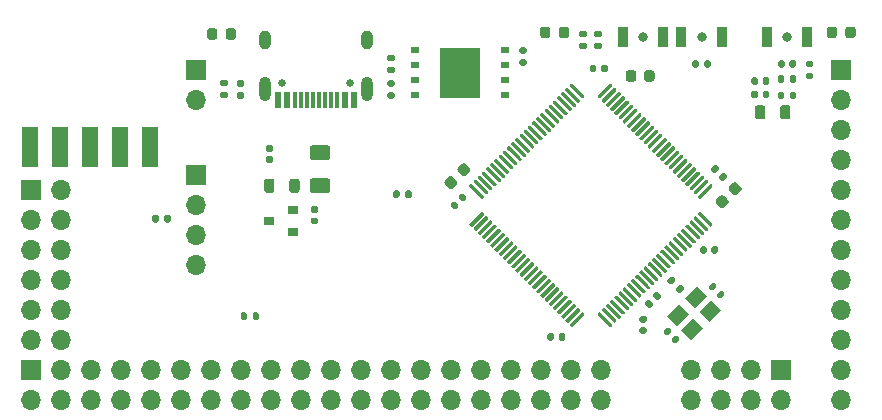
<source format=gbr>
%TF.GenerationSoftware,KiCad,Pcbnew,(5.1.9)-1*%
%TF.CreationDate,2021-03-09T20:48:28+01:00*%
%TF.ProjectId,poly_kb,706f6c79-5f6b-4622-9e6b-696361645f70,rev?*%
%TF.SameCoordinates,Original*%
%TF.FileFunction,Soldermask,Top*%
%TF.FilePolarity,Negative*%
%FSLAX46Y46*%
G04 Gerber Fmt 4.6, Leading zero omitted, Abs format (unit mm)*
G04 Created by KiCad (PCBNEW (5.1.9)-1) date 2021-03-09 20:48:28*
%MOMM*%
%LPD*%
G01*
G04 APERTURE LIST*
%ADD10O,1.700000X1.700000*%
%ADD11R,1.700000X1.700000*%
%ADD12R,1.400000X3.500000*%
%ADD13R,3.450000X4.350000*%
%ADD14R,0.750000X0.500000*%
%ADD15C,0.127000*%
%ADD16R,0.900000X0.800000*%
%ADD17C,0.800000*%
%ADD18R,0.900000X1.700000*%
%ADD19R,0.600000X1.450000*%
%ADD20R,0.300000X1.450000*%
%ADD21O,1.000000X2.100000*%
%ADD22C,0.650000*%
%ADD23O,1.000000X1.600000*%
G04 APERTURE END LIST*
D10*
%TO.C,J8*%
X430530000Y-35560000D03*
D11*
X430530000Y-33020000D03*
%TD*%
D10*
%TO.C,J3*%
X419100000Y-55880000D03*
X416560000Y-55880000D03*
X419100000Y-53340000D03*
X416560000Y-53340000D03*
X419100000Y-50800000D03*
X416560000Y-50800000D03*
X419100000Y-48260000D03*
X416560000Y-48260000D03*
X419100000Y-45720000D03*
X416560000Y-45720000D03*
X419100000Y-43180000D03*
D11*
X416560000Y-43180000D03*
%TD*%
D12*
%TO.C,J1*%
X426593000Y-39557000D03*
X424053000Y-39557000D03*
X421513000Y-39557000D03*
X418973000Y-39557000D03*
X416433000Y-39557000D03*
%TD*%
%TO.C,R12*%
G36*
G01*
X432707200Y-34885600D02*
X433077200Y-34885600D01*
G75*
G02*
X433212200Y-35020600I0J-135000D01*
G01*
X433212200Y-35290600D01*
G75*
G02*
X433077200Y-35425600I-135000J0D01*
G01*
X432707200Y-35425600D01*
G75*
G02*
X432572200Y-35290600I0J135000D01*
G01*
X432572200Y-35020600D01*
G75*
G02*
X432707200Y-34885600I135000J0D01*
G01*
G37*
G36*
G01*
X432707200Y-33865600D02*
X433077200Y-33865600D01*
G75*
G02*
X433212200Y-34000600I0J-135000D01*
G01*
X433212200Y-34270600D01*
G75*
G02*
X433077200Y-34405600I-135000J0D01*
G01*
X432707200Y-34405600D01*
G75*
G02*
X432572200Y-34270600I0J135000D01*
G01*
X432572200Y-34000600D01*
G75*
G02*
X432707200Y-33865600I135000J0D01*
G01*
G37*
%TD*%
%TO.C,R7*%
G36*
G01*
X463111000Y-30720000D02*
X463481000Y-30720000D01*
G75*
G02*
X463616000Y-30855000I0J-135000D01*
G01*
X463616000Y-31125000D01*
G75*
G02*
X463481000Y-31260000I-135000J0D01*
G01*
X463111000Y-31260000D01*
G75*
G02*
X462976000Y-31125000I0J135000D01*
G01*
X462976000Y-30855000D01*
G75*
G02*
X463111000Y-30720000I135000J0D01*
G01*
G37*
G36*
G01*
X463111000Y-29700000D02*
X463481000Y-29700000D01*
G75*
G02*
X463616000Y-29835000I0J-135000D01*
G01*
X463616000Y-30105000D01*
G75*
G02*
X463481000Y-30240000I-135000J0D01*
G01*
X463111000Y-30240000D01*
G75*
G02*
X462976000Y-30105000I0J135000D01*
G01*
X462976000Y-29835000D01*
G75*
G02*
X463111000Y-29700000I135000J0D01*
G01*
G37*
%TD*%
%TO.C,R6*%
G36*
G01*
X482288000Y-33260000D02*
X482658000Y-33260000D01*
G75*
G02*
X482793000Y-33395000I0J-135000D01*
G01*
X482793000Y-33665000D01*
G75*
G02*
X482658000Y-33800000I-135000J0D01*
G01*
X482288000Y-33800000D01*
G75*
G02*
X482153000Y-33665000I0J135000D01*
G01*
X482153000Y-33395000D01*
G75*
G02*
X482288000Y-33260000I135000J0D01*
G01*
G37*
G36*
G01*
X482288000Y-32240000D02*
X482658000Y-32240000D01*
G75*
G02*
X482793000Y-32375000I0J-135000D01*
G01*
X482793000Y-32645000D01*
G75*
G02*
X482658000Y-32780000I-135000J0D01*
G01*
X482288000Y-32780000D01*
G75*
G02*
X482153000Y-32645000I0J135000D01*
G01*
X482153000Y-32375000D01*
G75*
G02*
X482288000Y-32240000I135000J0D01*
G01*
G37*
%TD*%
%TO.C,R3*%
G36*
G01*
X464751000Y-30240000D02*
X464381000Y-30240000D01*
G75*
G02*
X464246000Y-30105000I0J135000D01*
G01*
X464246000Y-29835000D01*
G75*
G02*
X464381000Y-29700000I135000J0D01*
G01*
X464751000Y-29700000D01*
G75*
G02*
X464886000Y-29835000I0J-135000D01*
G01*
X464886000Y-30105000D01*
G75*
G02*
X464751000Y-30240000I-135000J0D01*
G01*
G37*
G36*
G01*
X464751000Y-31260000D02*
X464381000Y-31260000D01*
G75*
G02*
X464246000Y-31125000I0J135000D01*
G01*
X464246000Y-30855000D01*
G75*
G02*
X464381000Y-30720000I135000J0D01*
G01*
X464751000Y-30720000D01*
G75*
G02*
X464886000Y-30855000I0J-135000D01*
G01*
X464886000Y-31125000D01*
G75*
G02*
X464751000Y-31260000I-135000J0D01*
G01*
G37*
%TD*%
%TO.C,R1*%
G36*
G01*
X473089000Y-32327000D02*
X473089000Y-32697000D01*
G75*
G02*
X472954000Y-32832000I-135000J0D01*
G01*
X472684000Y-32832000D01*
G75*
G02*
X472549000Y-32697000I0J135000D01*
G01*
X472549000Y-32327000D01*
G75*
G02*
X472684000Y-32192000I135000J0D01*
G01*
X472954000Y-32192000D01*
G75*
G02*
X473089000Y-32327000I0J-135000D01*
G01*
G37*
G36*
G01*
X474109000Y-32327000D02*
X474109000Y-32697000D01*
G75*
G02*
X473974000Y-32832000I-135000J0D01*
G01*
X473704000Y-32832000D01*
G75*
G02*
X473569000Y-32697000I0J135000D01*
G01*
X473569000Y-32327000D01*
G75*
G02*
X473704000Y-32192000I135000J0D01*
G01*
X473974000Y-32192000D01*
G75*
G02*
X474109000Y-32327000I0J-135000D01*
G01*
G37*
%TD*%
D13*
%TO.C,U3*%
X452882000Y-33274000D03*
D14*
X456712000Y-35174000D03*
X456712000Y-33904000D03*
X456712000Y-31364000D03*
X456712000Y-32634000D03*
X449042000Y-31364000D03*
X449042000Y-32634000D03*
X449042000Y-35174000D03*
X449042000Y-33904000D03*
%TD*%
%TO.C,R13*%
G36*
G01*
X471158091Y-51506920D02*
X471419720Y-51245291D01*
G75*
G02*
X471610638Y-51245291I95459J-95459D01*
G01*
X471801557Y-51436210D01*
G75*
G02*
X471801557Y-51627128I-95459J-95459D01*
G01*
X471539928Y-51888757D01*
G75*
G02*
X471349010Y-51888757I-95459J95459D01*
G01*
X471158091Y-51697838D01*
G75*
G02*
X471158091Y-51506920I95459J95459D01*
G01*
G37*
G36*
G01*
X470436843Y-50785672D02*
X470698472Y-50524043D01*
G75*
G02*
X470889390Y-50524043I95459J-95459D01*
G01*
X471080309Y-50714962D01*
G75*
G02*
X471080309Y-50905880I-95459J-95459D01*
G01*
X470818680Y-51167509D01*
G75*
G02*
X470627762Y-51167509I-95459J95459D01*
G01*
X470436843Y-50976590D01*
G75*
G02*
X470436843Y-50785672I95459J95459D01*
G01*
G37*
%TD*%
%TO.C,C16*%
G36*
G01*
X470767787Y-55237371D02*
X470527371Y-55477787D01*
G75*
G02*
X470329381Y-55477787I-98995J98995D01*
G01*
X470131391Y-55279797D01*
G75*
G02*
X470131391Y-55081807I98995J98995D01*
G01*
X470371807Y-54841391D01*
G75*
G02*
X470569797Y-54841391I98995J-98995D01*
G01*
X470767787Y-55039381D01*
G75*
G02*
X470767787Y-55237371I-98995J-98995D01*
G01*
G37*
G36*
G01*
X471446609Y-55916193D02*
X471206193Y-56156609D01*
G75*
G02*
X471008203Y-56156609I-98995J98995D01*
G01*
X470810213Y-55958619D01*
G75*
G02*
X470810213Y-55760629I98995J98995D01*
G01*
X471050629Y-55520213D01*
G75*
G02*
X471248619Y-55520213I98995J-98995D01*
G01*
X471446609Y-55718203D01*
G75*
G02*
X471446609Y-55916193I-98995J-98995D01*
G01*
G37*
%TD*%
D15*
%TO.C,Y1*%
G36*
X471244431Y-54690016D02*
G01*
X470395903Y-53841488D01*
X471385853Y-52851538D01*
X472234381Y-53700066D01*
X471244431Y-54690016D01*
G37*
G36*
X472800066Y-53134381D02*
G01*
X471951538Y-52285853D01*
X472941488Y-51295903D01*
X473790016Y-52144431D01*
X472800066Y-53134381D01*
G37*
G36*
X474002147Y-54336462D02*
G01*
X473153619Y-53487934D01*
X474143569Y-52497984D01*
X474992097Y-53346512D01*
X474002147Y-54336462D01*
G37*
G36*
X472446512Y-55892097D02*
G01*
X471597984Y-55043569D01*
X472587934Y-54053619D01*
X473436462Y-54902147D01*
X472446512Y-55892097D01*
G37*
%TD*%
D16*
%TO.C,U1*%
X436743600Y-45796200D03*
X438743600Y-44846200D03*
X438743600Y-46746200D03*
%TD*%
D17*
%TO.C,SW3*%
X480568000Y-30226000D03*
D18*
X482268000Y-30226000D03*
X478868000Y-30226000D03*
%TD*%
D17*
%TO.C,SW2*%
X468376000Y-30226000D03*
D18*
X470076000Y-30226000D03*
X466676000Y-30226000D03*
%TD*%
D17*
%TO.C,SW1*%
X473329000Y-30226000D03*
D18*
X475029000Y-30226000D03*
X471629000Y-30226000D03*
%TD*%
%TO.C,R4*%
G36*
G01*
X447765200Y-43350600D02*
X447765200Y-43720600D01*
G75*
G02*
X447630200Y-43855600I-135000J0D01*
G01*
X447360200Y-43855600D01*
G75*
G02*
X447225200Y-43720600I0J135000D01*
G01*
X447225200Y-43350600D01*
G75*
G02*
X447360200Y-43215600I135000J0D01*
G01*
X447630200Y-43215600D01*
G75*
G02*
X447765200Y-43350600I0J-135000D01*
G01*
G37*
G36*
G01*
X448785200Y-43350600D02*
X448785200Y-43720600D01*
G75*
G02*
X448650200Y-43855600I-135000J0D01*
G01*
X448380200Y-43855600D01*
G75*
G02*
X448245200Y-43720600I0J135000D01*
G01*
X448245200Y-43350600D01*
G75*
G02*
X448380200Y-43215600I135000J0D01*
G01*
X448650200Y-43215600D01*
G75*
G02*
X448785200Y-43350600I0J-135000D01*
G01*
G37*
%TD*%
%TO.C,R15*%
G36*
G01*
X458031000Y-32119000D02*
X458401000Y-32119000D01*
G75*
G02*
X458536000Y-32254000I0J-135000D01*
G01*
X458536000Y-32524000D01*
G75*
G02*
X458401000Y-32659000I-135000J0D01*
G01*
X458031000Y-32659000D01*
G75*
G02*
X457896000Y-32524000I0J135000D01*
G01*
X457896000Y-32254000D01*
G75*
G02*
X458031000Y-32119000I135000J0D01*
G01*
G37*
G36*
G01*
X458031000Y-31099000D02*
X458401000Y-31099000D01*
G75*
G02*
X458536000Y-31234000I0J-135000D01*
G01*
X458536000Y-31504000D01*
G75*
G02*
X458401000Y-31639000I-135000J0D01*
G01*
X458031000Y-31639000D01*
G75*
G02*
X457896000Y-31504000I0J135000D01*
G01*
X457896000Y-31234000D01*
G75*
G02*
X458031000Y-31099000I135000J0D01*
G01*
G37*
%TD*%
%TO.C,R14*%
G36*
G01*
X446855000Y-32752000D02*
X447225000Y-32752000D01*
G75*
G02*
X447360000Y-32887000I0J-135000D01*
G01*
X447360000Y-33157000D01*
G75*
G02*
X447225000Y-33292000I-135000J0D01*
G01*
X446855000Y-33292000D01*
G75*
G02*
X446720000Y-33157000I0J135000D01*
G01*
X446720000Y-32887000D01*
G75*
G02*
X446855000Y-32752000I135000J0D01*
G01*
G37*
G36*
G01*
X446855000Y-31732000D02*
X447225000Y-31732000D01*
G75*
G02*
X447360000Y-31867000I0J-135000D01*
G01*
X447360000Y-32137000D01*
G75*
G02*
X447225000Y-32272000I-135000J0D01*
G01*
X446855000Y-32272000D01*
G75*
G02*
X446720000Y-32137000I0J135000D01*
G01*
X446720000Y-31867000D01*
G75*
G02*
X446855000Y-31732000I135000J0D01*
G01*
G37*
%TD*%
%TO.C,R11*%
G36*
G01*
X434474200Y-34431000D02*
X434104200Y-34431000D01*
G75*
G02*
X433969200Y-34296000I0J135000D01*
G01*
X433969200Y-34026000D01*
G75*
G02*
X434104200Y-33891000I135000J0D01*
G01*
X434474200Y-33891000D01*
G75*
G02*
X434609200Y-34026000I0J-135000D01*
G01*
X434609200Y-34296000D01*
G75*
G02*
X434474200Y-34431000I-135000J0D01*
G01*
G37*
G36*
G01*
X434474200Y-35451000D02*
X434104200Y-35451000D01*
G75*
G02*
X433969200Y-35316000I0J135000D01*
G01*
X433969200Y-35046000D01*
G75*
G02*
X434104200Y-34911000I135000J0D01*
G01*
X434474200Y-34911000D01*
G75*
G02*
X434609200Y-35046000I0J-135000D01*
G01*
X434609200Y-35316000D01*
G75*
G02*
X434474200Y-35451000I-135000J0D01*
G01*
G37*
%TD*%
%TO.C,R2*%
G36*
G01*
X480808000Y-33967000D02*
X480808000Y-33597000D01*
G75*
G02*
X480943000Y-33462000I135000J0D01*
G01*
X481213000Y-33462000D01*
G75*
G02*
X481348000Y-33597000I0J-135000D01*
G01*
X481348000Y-33967000D01*
G75*
G02*
X481213000Y-34102000I-135000J0D01*
G01*
X480943000Y-34102000D01*
G75*
G02*
X480808000Y-33967000I0J135000D01*
G01*
G37*
G36*
G01*
X479788000Y-33967000D02*
X479788000Y-33597000D01*
G75*
G02*
X479923000Y-33462000I135000J0D01*
G01*
X480193000Y-33462000D01*
G75*
G02*
X480328000Y-33597000I0J-135000D01*
G01*
X480328000Y-33967000D01*
G75*
G02*
X480193000Y-34102000I-135000J0D01*
G01*
X479923000Y-34102000D01*
G75*
G02*
X479788000Y-33967000I0J135000D01*
G01*
G37*
%TD*%
D10*
%TO.C,J5*%
X472440000Y-60960000D03*
X472440000Y-58420000D03*
X474980000Y-60960000D03*
X474980000Y-58420000D03*
X477520000Y-60960000D03*
X477520000Y-58420000D03*
X480060000Y-60960000D03*
D11*
X480060000Y-58420000D03*
%TD*%
D10*
%TO.C,J6*%
X430530000Y-49530000D03*
X430530000Y-46990000D03*
X430530000Y-44450000D03*
D11*
X430530000Y-41910000D03*
%TD*%
D19*
%TO.C,J2*%
X437440000Y-35541000D03*
X438240000Y-35541000D03*
X443140000Y-35541000D03*
X443940000Y-35541000D03*
X443940000Y-35541000D03*
X443140000Y-35541000D03*
X438240000Y-35541000D03*
X437440000Y-35541000D03*
D20*
X442440000Y-35541000D03*
X441940000Y-35541000D03*
X441440000Y-35541000D03*
X440440000Y-35541000D03*
X439940000Y-35541000D03*
X439440000Y-35541000D03*
X438940000Y-35541000D03*
X440940000Y-35541000D03*
D21*
X436370000Y-34626000D03*
X445010000Y-34626000D03*
D22*
X443580000Y-34096000D03*
D23*
X445010000Y-30446000D03*
D22*
X437800000Y-34096000D03*
D23*
X436370000Y-30446000D03*
%TD*%
%TO.C,FB1*%
G36*
G01*
X438419400Y-43205650D02*
X438419400Y-42443150D01*
G75*
G02*
X438638150Y-42224400I218750J0D01*
G01*
X439075650Y-42224400D01*
G75*
G02*
X439294400Y-42443150I0J-218750D01*
G01*
X439294400Y-43205650D01*
G75*
G02*
X439075650Y-43424400I-218750J0D01*
G01*
X438638150Y-43424400D01*
G75*
G02*
X438419400Y-43205650I0J218750D01*
G01*
G37*
G36*
G01*
X436294400Y-43205650D02*
X436294400Y-42443150D01*
G75*
G02*
X436513150Y-42224400I218750J0D01*
G01*
X436950650Y-42224400D01*
G75*
G02*
X437169400Y-42443150I0J-218750D01*
G01*
X437169400Y-43205650D01*
G75*
G02*
X436950650Y-43424400I-218750J0D01*
G01*
X436513150Y-43424400D01*
G75*
G02*
X436294400Y-43205650I0J218750D01*
G01*
G37*
%TD*%
%TO.C,D3*%
G36*
G01*
X432339000Y-29715750D02*
X432339000Y-30228250D01*
G75*
G02*
X432120250Y-30447000I-218750J0D01*
G01*
X431682750Y-30447000D01*
G75*
G02*
X431464000Y-30228250I0J218750D01*
G01*
X431464000Y-29715750D01*
G75*
G02*
X431682750Y-29497000I218750J0D01*
G01*
X432120250Y-29497000D01*
G75*
G02*
X432339000Y-29715750I0J-218750D01*
G01*
G37*
G36*
G01*
X433914000Y-29715750D02*
X433914000Y-30228250D01*
G75*
G02*
X433695250Y-30447000I-218750J0D01*
G01*
X433257750Y-30447000D01*
G75*
G02*
X433039000Y-30228250I0J218750D01*
G01*
X433039000Y-29715750D01*
G75*
G02*
X433257750Y-29497000I218750J0D01*
G01*
X433695250Y-29497000D01*
G75*
G02*
X433914000Y-29715750I0J-218750D01*
G01*
G37*
%TD*%
%TO.C,D2*%
G36*
G01*
X460533000Y-29588750D02*
X460533000Y-30101250D01*
G75*
G02*
X460314250Y-30320000I-218750J0D01*
G01*
X459876750Y-30320000D01*
G75*
G02*
X459658000Y-30101250I0J218750D01*
G01*
X459658000Y-29588750D01*
G75*
G02*
X459876750Y-29370000I218750J0D01*
G01*
X460314250Y-29370000D01*
G75*
G02*
X460533000Y-29588750I0J-218750D01*
G01*
G37*
G36*
G01*
X462108000Y-29588750D02*
X462108000Y-30101250D01*
G75*
G02*
X461889250Y-30320000I-218750J0D01*
G01*
X461451750Y-30320000D01*
G75*
G02*
X461233000Y-30101250I0J218750D01*
G01*
X461233000Y-29588750D01*
G75*
G02*
X461451750Y-29370000I218750J0D01*
G01*
X461889250Y-29370000D01*
G75*
G02*
X462108000Y-29588750I0J-218750D01*
G01*
G37*
%TD*%
%TO.C,D1*%
G36*
G01*
X485490000Y-30101250D02*
X485490000Y-29588750D01*
G75*
G02*
X485708750Y-29370000I218750J0D01*
G01*
X486146250Y-29370000D01*
G75*
G02*
X486365000Y-29588750I0J-218750D01*
G01*
X486365000Y-30101250D01*
G75*
G02*
X486146250Y-30320000I-218750J0D01*
G01*
X485708750Y-30320000D01*
G75*
G02*
X485490000Y-30101250I0J218750D01*
G01*
G37*
G36*
G01*
X483915000Y-30101250D02*
X483915000Y-29588750D01*
G75*
G02*
X484133750Y-29370000I218750J0D01*
G01*
X484571250Y-29370000D01*
G75*
G02*
X484790000Y-29588750I0J-218750D01*
G01*
X484790000Y-30101250D01*
G75*
G02*
X484571250Y-30320000I-218750J0D01*
G01*
X484133750Y-30320000D01*
G75*
G02*
X483915000Y-30101250I0J218750D01*
G01*
G37*
%TD*%
%TO.C,C1*%
G36*
G01*
X480368000Y-32342000D02*
X480368000Y-32682000D01*
G75*
G02*
X480228000Y-32822000I-140000J0D01*
G01*
X479948000Y-32822000D01*
G75*
G02*
X479808000Y-32682000I0J140000D01*
G01*
X479808000Y-32342000D01*
G75*
G02*
X479948000Y-32202000I140000J0D01*
G01*
X480228000Y-32202000D01*
G75*
G02*
X480368000Y-32342000I0J-140000D01*
G01*
G37*
G36*
G01*
X481328000Y-32342000D02*
X481328000Y-32682000D01*
G75*
G02*
X481188000Y-32822000I-140000J0D01*
G01*
X480908000Y-32822000D01*
G75*
G02*
X480768000Y-32682000I0J140000D01*
G01*
X480768000Y-32342000D01*
G75*
G02*
X480908000Y-32202000I140000J0D01*
G01*
X481188000Y-32202000D01*
G75*
G02*
X481328000Y-32342000I0J-140000D01*
G01*
G37*
%TD*%
%TO.C,C3*%
G36*
G01*
X440367600Y-45513600D02*
X440707600Y-45513600D01*
G75*
G02*
X440847600Y-45653600I0J-140000D01*
G01*
X440847600Y-45933600D01*
G75*
G02*
X440707600Y-46073600I-140000J0D01*
G01*
X440367600Y-46073600D01*
G75*
G02*
X440227600Y-45933600I0J140000D01*
G01*
X440227600Y-45653600D01*
G75*
G02*
X440367600Y-45513600I140000J0D01*
G01*
G37*
G36*
G01*
X440367600Y-44553600D02*
X440707600Y-44553600D01*
G75*
G02*
X440847600Y-44693600I0J-140000D01*
G01*
X440847600Y-44973600D01*
G75*
G02*
X440707600Y-45113600I-140000J0D01*
G01*
X440367600Y-45113600D01*
G75*
G02*
X440227600Y-44973600I0J140000D01*
G01*
X440227600Y-44693600D01*
G75*
G02*
X440367600Y-44553600I140000J0D01*
G01*
G37*
%TD*%
%TO.C,C2*%
G36*
G01*
X436923000Y-39932000D02*
X436583000Y-39932000D01*
G75*
G02*
X436443000Y-39792000I0J140000D01*
G01*
X436443000Y-39512000D01*
G75*
G02*
X436583000Y-39372000I140000J0D01*
G01*
X436923000Y-39372000D01*
G75*
G02*
X437063000Y-39512000I0J-140000D01*
G01*
X437063000Y-39792000D01*
G75*
G02*
X436923000Y-39932000I-140000J0D01*
G01*
G37*
G36*
G01*
X436923000Y-40892000D02*
X436583000Y-40892000D01*
G75*
G02*
X436443000Y-40752000I0J140000D01*
G01*
X436443000Y-40472000D01*
G75*
G02*
X436583000Y-40332000I140000J0D01*
G01*
X436923000Y-40332000D01*
G75*
G02*
X437063000Y-40472000I0J-140000D01*
G01*
X437063000Y-40752000D01*
G75*
G02*
X436923000Y-40892000I-140000J0D01*
G01*
G37*
%TD*%
%TO.C,C15*%
G36*
G01*
X452246813Y-42064633D02*
X452600367Y-42418187D01*
G75*
G02*
X452600367Y-42736385I-159099J-159099D01*
G01*
X452282169Y-43054583D01*
G75*
G02*
X451963971Y-43054583I-159099J159099D01*
G01*
X451610417Y-42701029D01*
G75*
G02*
X451610417Y-42382831I159099J159099D01*
G01*
X451928615Y-42064633D01*
G75*
G02*
X452246813Y-42064633I159099J-159099D01*
G01*
G37*
G36*
G01*
X453342829Y-40968617D02*
X453696383Y-41322171D01*
G75*
G02*
X453696383Y-41640369I-159099J-159099D01*
G01*
X453378185Y-41958567D01*
G75*
G02*
X453059987Y-41958567I-159099J159099D01*
G01*
X452706433Y-41605013D01*
G75*
G02*
X452706433Y-41286815I159099J159099D01*
G01*
X453024631Y-40968617D01*
G75*
G02*
X453342829Y-40968617I159099J-159099D01*
G01*
G37*
%TD*%
%TO.C,C14*%
G36*
G01*
X468447000Y-33778000D02*
X468447000Y-33278000D01*
G75*
G02*
X468672000Y-33053000I225000J0D01*
G01*
X469122000Y-33053000D01*
G75*
G02*
X469347000Y-33278000I0J-225000D01*
G01*
X469347000Y-33778000D01*
G75*
G02*
X469122000Y-34003000I-225000J0D01*
G01*
X468672000Y-34003000D01*
G75*
G02*
X468447000Y-33778000I0J225000D01*
G01*
G37*
G36*
G01*
X466897000Y-33778000D02*
X466897000Y-33278000D01*
G75*
G02*
X467122000Y-33053000I225000J0D01*
G01*
X467572000Y-33053000D01*
G75*
G02*
X467797000Y-33278000I0J-225000D01*
G01*
X467797000Y-33778000D01*
G75*
G02*
X467572000Y-34003000I-225000J0D01*
G01*
X467122000Y-34003000D01*
G75*
G02*
X466897000Y-33778000I0J225000D01*
G01*
G37*
%TD*%
%TO.C,C13*%
G36*
G01*
X460835400Y-55456000D02*
X460835400Y-55796000D01*
G75*
G02*
X460695400Y-55936000I-140000J0D01*
G01*
X460415400Y-55936000D01*
G75*
G02*
X460275400Y-55796000I0J140000D01*
G01*
X460275400Y-55456000D01*
G75*
G02*
X460415400Y-55316000I140000J0D01*
G01*
X460695400Y-55316000D01*
G75*
G02*
X460835400Y-55456000I0J-140000D01*
G01*
G37*
G36*
G01*
X461795400Y-55456000D02*
X461795400Y-55796000D01*
G75*
G02*
X461655400Y-55936000I-140000J0D01*
G01*
X461375400Y-55936000D01*
G75*
G02*
X461235400Y-55796000I0J140000D01*
G01*
X461235400Y-55456000D01*
G75*
G02*
X461375400Y-55316000I140000J0D01*
G01*
X461655400Y-55316000D01*
G75*
G02*
X461795400Y-55456000I0J-140000D01*
G01*
G37*
%TD*%
%TO.C,C12*%
G36*
G01*
X452493371Y-44166413D02*
X452733787Y-44406829D01*
G75*
G02*
X452733787Y-44604819I-98995J-98995D01*
G01*
X452535797Y-44802809D01*
G75*
G02*
X452337807Y-44802809I-98995J98995D01*
G01*
X452097391Y-44562393D01*
G75*
G02*
X452097391Y-44364403I98995J98995D01*
G01*
X452295381Y-44166413D01*
G75*
G02*
X452493371Y-44166413I98995J-98995D01*
G01*
G37*
G36*
G01*
X453172193Y-43487591D02*
X453412609Y-43728007D01*
G75*
G02*
X453412609Y-43925997I-98995J-98995D01*
G01*
X453214619Y-44123987D01*
G75*
G02*
X453016629Y-44123987I-98995J98995D01*
G01*
X452776213Y-43883571D01*
G75*
G02*
X452776213Y-43685581I98995J98995D01*
G01*
X452974203Y-43487591D01*
G75*
G02*
X453172193Y-43487591I98995J-98995D01*
G01*
G37*
%TD*%
%TO.C,C5*%
G36*
G01*
X478107400Y-34932800D02*
X478107400Y-35272800D01*
G75*
G02*
X477967400Y-35412800I-140000J0D01*
G01*
X477687400Y-35412800D01*
G75*
G02*
X477547400Y-35272800I0J140000D01*
G01*
X477547400Y-34932800D01*
G75*
G02*
X477687400Y-34792800I140000J0D01*
G01*
X477967400Y-34792800D01*
G75*
G02*
X478107400Y-34932800I0J-140000D01*
G01*
G37*
G36*
G01*
X479067400Y-34932800D02*
X479067400Y-35272800D01*
G75*
G02*
X478927400Y-35412800I-140000J0D01*
G01*
X478647400Y-35412800D01*
G75*
G02*
X478507400Y-35272800I0J140000D01*
G01*
X478507400Y-34932800D01*
G75*
G02*
X478647400Y-34792800I140000J0D01*
G01*
X478927400Y-34792800D01*
G75*
G02*
X479067400Y-34932800I0J-140000D01*
G01*
G37*
%TD*%
%TO.C,C4*%
G36*
G01*
X478107400Y-33789800D02*
X478107400Y-34129800D01*
G75*
G02*
X477967400Y-34269800I-140000J0D01*
G01*
X477687400Y-34269800D01*
G75*
G02*
X477547400Y-34129800I0J140000D01*
G01*
X477547400Y-33789800D01*
G75*
G02*
X477687400Y-33649800I140000J0D01*
G01*
X477967400Y-33649800D01*
G75*
G02*
X478107400Y-33789800I0J-140000D01*
G01*
G37*
G36*
G01*
X479067400Y-33789800D02*
X479067400Y-34129800D01*
G75*
G02*
X478927400Y-34269800I-140000J0D01*
G01*
X478647400Y-34269800D01*
G75*
G02*
X478507400Y-34129800I0J140000D01*
G01*
X478507400Y-33789800D01*
G75*
G02*
X478647400Y-33649800I140000J0D01*
G01*
X478927400Y-33649800D01*
G75*
G02*
X479067400Y-33789800I0J-140000D01*
G01*
G37*
%TD*%
%TO.C,C11*%
G36*
G01*
X474164000Y-48430000D02*
X474164000Y-48090000D01*
G75*
G02*
X474304000Y-47950000I140000J0D01*
G01*
X474584000Y-47950000D01*
G75*
G02*
X474724000Y-48090000I0J-140000D01*
G01*
X474724000Y-48430000D01*
G75*
G02*
X474584000Y-48570000I-140000J0D01*
G01*
X474304000Y-48570000D01*
G75*
G02*
X474164000Y-48430000I0J140000D01*
G01*
G37*
G36*
G01*
X473204000Y-48430000D02*
X473204000Y-48090000D01*
G75*
G02*
X473344000Y-47950000I140000J0D01*
G01*
X473624000Y-47950000D01*
G75*
G02*
X473764000Y-48090000I0J-140000D01*
G01*
X473764000Y-48430000D01*
G75*
G02*
X473624000Y-48570000I-140000J0D01*
G01*
X473344000Y-48570000D01*
G75*
G02*
X473204000Y-48430000I0J140000D01*
G01*
G37*
%TD*%
%TO.C,C10*%
G36*
G01*
X464416800Y-32723000D02*
X464416800Y-33063000D01*
G75*
G02*
X464276800Y-33203000I-140000J0D01*
G01*
X463996800Y-33203000D01*
G75*
G02*
X463856800Y-33063000I0J140000D01*
G01*
X463856800Y-32723000D01*
G75*
G02*
X463996800Y-32583000I140000J0D01*
G01*
X464276800Y-32583000D01*
G75*
G02*
X464416800Y-32723000I0J-140000D01*
G01*
G37*
G36*
G01*
X465376800Y-32723000D02*
X465376800Y-33063000D01*
G75*
G02*
X465236800Y-33203000I-140000J0D01*
G01*
X464956800Y-33203000D01*
G75*
G02*
X464816800Y-33063000I0J140000D01*
G01*
X464816800Y-32723000D01*
G75*
G02*
X464956800Y-32583000I140000J0D01*
G01*
X465236800Y-32583000D01*
G75*
G02*
X465376800Y-32723000I0J-140000D01*
G01*
G37*
%TD*%
%TO.C,C9*%
G36*
G01*
X468206000Y-54810000D02*
X468546000Y-54810000D01*
G75*
G02*
X468686000Y-54950000I0J-140000D01*
G01*
X468686000Y-55230000D01*
G75*
G02*
X468546000Y-55370000I-140000J0D01*
G01*
X468206000Y-55370000D01*
G75*
G02*
X468066000Y-55230000I0J140000D01*
G01*
X468066000Y-54950000D01*
G75*
G02*
X468206000Y-54810000I140000J0D01*
G01*
G37*
G36*
G01*
X468206000Y-53850000D02*
X468546000Y-53850000D01*
G75*
G02*
X468686000Y-53990000I0J-140000D01*
G01*
X468686000Y-54270000D01*
G75*
G02*
X468546000Y-54410000I-140000J0D01*
G01*
X468206000Y-54410000D01*
G75*
G02*
X468066000Y-54270000I0J140000D01*
G01*
X468066000Y-53990000D01*
G75*
G02*
X468206000Y-53850000I140000J0D01*
G01*
G37*
%TD*%
%TO.C,C8*%
G36*
G01*
X468961782Y-52513802D02*
X469202198Y-52754218D01*
G75*
G02*
X469202198Y-52952208I-98995J-98995D01*
G01*
X469004208Y-53150198D01*
G75*
G02*
X468806218Y-53150198I-98995J98995D01*
G01*
X468565802Y-52909782D01*
G75*
G02*
X468565802Y-52711792I98995J98995D01*
G01*
X468763792Y-52513802D01*
G75*
G02*
X468961782Y-52513802I98995J-98995D01*
G01*
G37*
G36*
G01*
X469640604Y-51834980D02*
X469881020Y-52075396D01*
G75*
G02*
X469881020Y-52273386I-98995J-98995D01*
G01*
X469683030Y-52471376D01*
G75*
G02*
X469485040Y-52471376I-98995J98995D01*
G01*
X469244624Y-52230960D01*
G75*
G02*
X469244624Y-52032970I98995J98995D01*
G01*
X469442614Y-51834980D01*
G75*
G02*
X469640604Y-51834980I98995J-98995D01*
G01*
G37*
%TD*%
%TO.C,C7*%
G36*
G01*
X474823413Y-41993829D02*
X475063829Y-41753413D01*
G75*
G02*
X475261819Y-41753413I98995J-98995D01*
G01*
X475459809Y-41951403D01*
G75*
G02*
X475459809Y-42149393I-98995J-98995D01*
G01*
X475219393Y-42389809D01*
G75*
G02*
X475021403Y-42389809I-98995J98995D01*
G01*
X474823413Y-42191819D01*
G75*
G02*
X474823413Y-41993829I98995J98995D01*
G01*
G37*
G36*
G01*
X474144591Y-41315007D02*
X474385007Y-41074591D01*
G75*
G02*
X474582997Y-41074591I98995J-98995D01*
G01*
X474780987Y-41272581D01*
G75*
G02*
X474780987Y-41470571I-98995J-98995D01*
G01*
X474540571Y-41710987D01*
G75*
G02*
X474342581Y-41710987I-98995J98995D01*
G01*
X474144591Y-41512997D01*
G75*
G02*
X474144591Y-41315007I98995J98995D01*
G01*
G37*
%TD*%
%TO.C,C6*%
G36*
G01*
X476032379Y-43573375D02*
X475678825Y-43219821D01*
G75*
G02*
X475678825Y-42901623I159099J159099D01*
G01*
X475997023Y-42583425D01*
G75*
G02*
X476315221Y-42583425I159099J-159099D01*
G01*
X476668775Y-42936979D01*
G75*
G02*
X476668775Y-43255177I-159099J-159099D01*
G01*
X476350577Y-43573375D01*
G75*
G02*
X476032379Y-43573375I-159099J159099D01*
G01*
G37*
G36*
G01*
X474936363Y-44669391D02*
X474582809Y-44315837D01*
G75*
G02*
X474582809Y-43997639I159099J159099D01*
G01*
X474901007Y-43679441D01*
G75*
G02*
X475219205Y-43679441I159099J-159099D01*
G01*
X475572759Y-44032995D01*
G75*
G02*
X475572759Y-44351193I-159099J-159099D01*
G01*
X475254561Y-44669391D01*
G75*
G02*
X474936363Y-44669391I-159099J159099D01*
G01*
G37*
%TD*%
%TO.C,R10*%
G36*
G01*
X447225000Y-34433000D02*
X446855000Y-34433000D01*
G75*
G02*
X446720000Y-34298000I0J135000D01*
G01*
X446720000Y-34028000D01*
G75*
G02*
X446855000Y-33893000I135000J0D01*
G01*
X447225000Y-33893000D01*
G75*
G02*
X447360000Y-34028000I0J-135000D01*
G01*
X447360000Y-34298000D01*
G75*
G02*
X447225000Y-34433000I-135000J0D01*
G01*
G37*
G36*
G01*
X447225000Y-35453000D02*
X446855000Y-35453000D01*
G75*
G02*
X446720000Y-35318000I0J135000D01*
G01*
X446720000Y-35048000D01*
G75*
G02*
X446855000Y-34913000I135000J0D01*
G01*
X447225000Y-34913000D01*
G75*
G02*
X447360000Y-35048000I0J-135000D01*
G01*
X447360000Y-35318000D01*
G75*
G02*
X447225000Y-35453000I-135000J0D01*
G01*
G37*
%TD*%
%TO.C,R9*%
G36*
G01*
X480328000Y-34994000D02*
X480328000Y-35364000D01*
G75*
G02*
X480193000Y-35499000I-135000J0D01*
G01*
X479923000Y-35499000D01*
G75*
G02*
X479788000Y-35364000I0J135000D01*
G01*
X479788000Y-34994000D01*
G75*
G02*
X479923000Y-34859000I135000J0D01*
G01*
X480193000Y-34859000D01*
G75*
G02*
X480328000Y-34994000I0J-135000D01*
G01*
G37*
G36*
G01*
X481348000Y-34994000D02*
X481348000Y-35364000D01*
G75*
G02*
X481213000Y-35499000I-135000J0D01*
G01*
X480943000Y-35499000D01*
G75*
G02*
X480808000Y-35364000I0J135000D01*
G01*
X480808000Y-34994000D01*
G75*
G02*
X480943000Y-34859000I135000J0D01*
G01*
X481213000Y-34859000D01*
G75*
G02*
X481348000Y-34994000I0J-135000D01*
G01*
G37*
%TD*%
%TO.C,R8*%
G36*
G01*
X434836600Y-53688400D02*
X434836600Y-54058400D01*
G75*
G02*
X434701600Y-54193400I-135000J0D01*
G01*
X434431600Y-54193400D01*
G75*
G02*
X434296600Y-54058400I0J135000D01*
G01*
X434296600Y-53688400D01*
G75*
G02*
X434431600Y-53553400I135000J0D01*
G01*
X434701600Y-53553400D01*
G75*
G02*
X434836600Y-53688400I0J-135000D01*
G01*
G37*
G36*
G01*
X435856600Y-53688400D02*
X435856600Y-54058400D01*
G75*
G02*
X435721600Y-54193400I-135000J0D01*
G01*
X435451600Y-54193400D01*
G75*
G02*
X435316600Y-54058400I0J135000D01*
G01*
X435316600Y-53688400D01*
G75*
G02*
X435451600Y-53553400I135000J0D01*
G01*
X435721600Y-53553400D01*
G75*
G02*
X435856600Y-53688400I0J-135000D01*
G01*
G37*
%TD*%
%TO.C,R5*%
G36*
G01*
X427369000Y-45433400D02*
X427369000Y-45803400D01*
G75*
G02*
X427234000Y-45938400I-135000J0D01*
G01*
X426964000Y-45938400D01*
G75*
G02*
X426829000Y-45803400I0J135000D01*
G01*
X426829000Y-45433400D01*
G75*
G02*
X426964000Y-45298400I135000J0D01*
G01*
X427234000Y-45298400D01*
G75*
G02*
X427369000Y-45433400I0J-135000D01*
G01*
G37*
G36*
G01*
X428389000Y-45433400D02*
X428389000Y-45803400D01*
G75*
G02*
X428254000Y-45938400I-135000J0D01*
G01*
X427984000Y-45938400D01*
G75*
G02*
X427849000Y-45803400I0J135000D01*
G01*
X427849000Y-45433400D01*
G75*
G02*
X427984000Y-45298400I135000J0D01*
G01*
X428254000Y-45298400D01*
G75*
G02*
X428389000Y-45433400I0J-135000D01*
G01*
G37*
%TD*%
D10*
%TO.C,J7*%
X464820000Y-60960000D03*
X464820000Y-58420000D03*
X462280000Y-60960000D03*
X462280000Y-58420000D03*
X459740000Y-60960000D03*
X459740000Y-58420000D03*
X457200000Y-60960000D03*
X457200000Y-58420000D03*
X454660000Y-60960000D03*
X454660000Y-58420000D03*
X452120000Y-60960000D03*
X452120000Y-58420000D03*
X449580000Y-60960000D03*
X449580000Y-58420000D03*
X447040000Y-60960000D03*
X447040000Y-58420000D03*
X444500000Y-60960000D03*
X444500000Y-58420000D03*
X441960000Y-60960000D03*
X441960000Y-58420000D03*
X439420000Y-60960000D03*
X439420000Y-58420000D03*
X436880000Y-60960000D03*
X436880000Y-58420000D03*
X434340000Y-60960000D03*
X434340000Y-58420000D03*
X431800000Y-60960000D03*
X431800000Y-58420000D03*
X429260000Y-60960000D03*
X429260000Y-58420000D03*
X426720000Y-60960000D03*
X426720000Y-58420000D03*
X424180000Y-60960000D03*
X424180000Y-58420000D03*
X421640000Y-60960000D03*
X421640000Y-58420000D03*
X419100000Y-60960000D03*
X419100000Y-58420000D03*
X416560000Y-60960000D03*
D11*
X416560000Y-58420000D03*
%TD*%
D10*
%TO.C,J4*%
X485140000Y-60960000D03*
X485140000Y-58420000D03*
X485140000Y-55880000D03*
X485140000Y-53340000D03*
X485140000Y-50800000D03*
X485140000Y-48260000D03*
X485140000Y-45720000D03*
X485140000Y-43180000D03*
X485140000Y-40640000D03*
X485140000Y-38100000D03*
X485140000Y-35560000D03*
D11*
X485140000Y-33020000D03*
%TD*%
%TO.C,FB2*%
G36*
G01*
X479973800Y-36982650D02*
X479973800Y-36220150D01*
G75*
G02*
X480192550Y-36001400I218750J0D01*
G01*
X480630050Y-36001400D01*
G75*
G02*
X480848800Y-36220150I0J-218750D01*
G01*
X480848800Y-36982650D01*
G75*
G02*
X480630050Y-37201400I-218750J0D01*
G01*
X480192550Y-37201400D01*
G75*
G02*
X479973800Y-36982650I0J218750D01*
G01*
G37*
G36*
G01*
X477848800Y-36982650D02*
X477848800Y-36220150D01*
G75*
G02*
X478067550Y-36001400I218750J0D01*
G01*
X478505050Y-36001400D01*
G75*
G02*
X478723800Y-36220150I0J-218750D01*
G01*
X478723800Y-36982650D01*
G75*
G02*
X478505050Y-37201400I-218750J0D01*
G01*
X478067550Y-37201400D01*
G75*
G02*
X477848800Y-36982650I0J218750D01*
G01*
G37*
%TD*%
%TO.C,F1*%
G36*
G01*
X441645200Y-40652400D02*
X440395200Y-40652400D01*
G75*
G02*
X440145200Y-40402400I0J250000D01*
G01*
X440145200Y-39652400D01*
G75*
G02*
X440395200Y-39402400I250000J0D01*
G01*
X441645200Y-39402400D01*
G75*
G02*
X441895200Y-39652400I0J-250000D01*
G01*
X441895200Y-40402400D01*
G75*
G02*
X441645200Y-40652400I-250000J0D01*
G01*
G37*
G36*
G01*
X441645200Y-43452400D02*
X440395200Y-43452400D01*
G75*
G02*
X440145200Y-43202400I0J250000D01*
G01*
X440145200Y-42452400D01*
G75*
G02*
X440395200Y-42202400I250000J0D01*
G01*
X441645200Y-42202400D01*
G75*
G02*
X441895200Y-42452400I0J-250000D01*
G01*
X441895200Y-43202400D01*
G75*
G02*
X441645200Y-43452400I-250000J0D01*
G01*
G37*
%TD*%
%TO.C,C17*%
G36*
G01*
X474620213Y-51950629D02*
X474860629Y-51710213D01*
G75*
G02*
X475058619Y-51710213I98995J-98995D01*
G01*
X475256609Y-51908203D01*
G75*
G02*
X475256609Y-52106193I-98995J-98995D01*
G01*
X475016193Y-52346609D01*
G75*
G02*
X474818203Y-52346609I-98995J98995D01*
G01*
X474620213Y-52148619D01*
G75*
G02*
X474620213Y-51950629I98995J98995D01*
G01*
G37*
G36*
G01*
X473941391Y-51271807D02*
X474181807Y-51031391D01*
G75*
G02*
X474379797Y-51031391I98995J-98995D01*
G01*
X474577787Y-51229381D01*
G75*
G02*
X474577787Y-51427371I-98995J-98995D01*
G01*
X474337371Y-51667787D01*
G75*
G02*
X474139381Y-51667787I-98995J98995D01*
G01*
X473941391Y-51469797D01*
G75*
G02*
X473941391Y-51271807I98995J98995D01*
G01*
G37*
%TD*%
%TO.C,U2*%
G36*
G01*
X463399269Y-53747054D02*
X462373965Y-54772358D01*
G75*
G02*
X462267899Y-54772358I-53033J53033D01*
G01*
X462161833Y-54666292D01*
G75*
G02*
X462161833Y-54560226I53033J53033D01*
G01*
X463187137Y-53534922D01*
G75*
G02*
X463293203Y-53534922I53033J-53033D01*
G01*
X463399269Y-53640988D01*
G75*
G02*
X463399269Y-53747054I-53033J-53033D01*
G01*
G37*
G36*
G01*
X463045716Y-53393501D02*
X462020412Y-54418805D01*
G75*
G02*
X461914346Y-54418805I-53033J53033D01*
G01*
X461808280Y-54312739D01*
G75*
G02*
X461808280Y-54206673I53033J53033D01*
G01*
X462833584Y-53181369D01*
G75*
G02*
X462939650Y-53181369I53033J-53033D01*
G01*
X463045716Y-53287435D01*
G75*
G02*
X463045716Y-53393501I-53033J-53033D01*
G01*
G37*
G36*
G01*
X462692162Y-53039947D02*
X461666858Y-54065251D01*
G75*
G02*
X461560792Y-54065251I-53033J53033D01*
G01*
X461454726Y-53959185D01*
G75*
G02*
X461454726Y-53853119I53033J53033D01*
G01*
X462480030Y-52827815D01*
G75*
G02*
X462586096Y-52827815I53033J-53033D01*
G01*
X462692162Y-52933881D01*
G75*
G02*
X462692162Y-53039947I-53033J-53033D01*
G01*
G37*
G36*
G01*
X462338609Y-52686394D02*
X461313305Y-53711698D01*
G75*
G02*
X461207239Y-53711698I-53033J53033D01*
G01*
X461101173Y-53605632D01*
G75*
G02*
X461101173Y-53499566I53033J53033D01*
G01*
X462126477Y-52474262D01*
G75*
G02*
X462232543Y-52474262I53033J-53033D01*
G01*
X462338609Y-52580328D01*
G75*
G02*
X462338609Y-52686394I-53033J-53033D01*
G01*
G37*
G36*
G01*
X461985056Y-52332841D02*
X460959752Y-53358145D01*
G75*
G02*
X460853686Y-53358145I-53033J53033D01*
G01*
X460747620Y-53252079D01*
G75*
G02*
X460747620Y-53146013I53033J53033D01*
G01*
X461772924Y-52120709D01*
G75*
G02*
X461878990Y-52120709I53033J-53033D01*
G01*
X461985056Y-52226775D01*
G75*
G02*
X461985056Y-52332841I-53033J-53033D01*
G01*
G37*
G36*
G01*
X461631502Y-51979287D02*
X460606198Y-53004591D01*
G75*
G02*
X460500132Y-53004591I-53033J53033D01*
G01*
X460394066Y-52898525D01*
G75*
G02*
X460394066Y-52792459I53033J53033D01*
G01*
X461419370Y-51767155D01*
G75*
G02*
X461525436Y-51767155I53033J-53033D01*
G01*
X461631502Y-51873221D01*
G75*
G02*
X461631502Y-51979287I-53033J-53033D01*
G01*
G37*
G36*
G01*
X461277949Y-51625734D02*
X460252645Y-52651038D01*
G75*
G02*
X460146579Y-52651038I-53033J53033D01*
G01*
X460040513Y-52544972D01*
G75*
G02*
X460040513Y-52438906I53033J53033D01*
G01*
X461065817Y-51413602D01*
G75*
G02*
X461171883Y-51413602I53033J-53033D01*
G01*
X461277949Y-51519668D01*
G75*
G02*
X461277949Y-51625734I-53033J-53033D01*
G01*
G37*
G36*
G01*
X460924395Y-51272180D02*
X459899091Y-52297484D01*
G75*
G02*
X459793025Y-52297484I-53033J53033D01*
G01*
X459686959Y-52191418D01*
G75*
G02*
X459686959Y-52085352I53033J53033D01*
G01*
X460712263Y-51060048D01*
G75*
G02*
X460818329Y-51060048I53033J-53033D01*
G01*
X460924395Y-51166114D01*
G75*
G02*
X460924395Y-51272180I-53033J-53033D01*
G01*
G37*
G36*
G01*
X460570842Y-50918627D02*
X459545538Y-51943931D01*
G75*
G02*
X459439472Y-51943931I-53033J53033D01*
G01*
X459333406Y-51837865D01*
G75*
G02*
X459333406Y-51731799I53033J53033D01*
G01*
X460358710Y-50706495D01*
G75*
G02*
X460464776Y-50706495I53033J-53033D01*
G01*
X460570842Y-50812561D01*
G75*
G02*
X460570842Y-50918627I-53033J-53033D01*
G01*
G37*
G36*
G01*
X460217289Y-50565074D02*
X459191985Y-51590378D01*
G75*
G02*
X459085919Y-51590378I-53033J53033D01*
G01*
X458979853Y-51484312D01*
G75*
G02*
X458979853Y-51378246I53033J53033D01*
G01*
X460005157Y-50352942D01*
G75*
G02*
X460111223Y-50352942I53033J-53033D01*
G01*
X460217289Y-50459008D01*
G75*
G02*
X460217289Y-50565074I-53033J-53033D01*
G01*
G37*
G36*
G01*
X459863735Y-50211520D02*
X458838431Y-51236824D01*
G75*
G02*
X458732365Y-51236824I-53033J53033D01*
G01*
X458626299Y-51130758D01*
G75*
G02*
X458626299Y-51024692I53033J53033D01*
G01*
X459651603Y-49999388D01*
G75*
G02*
X459757669Y-49999388I53033J-53033D01*
G01*
X459863735Y-50105454D01*
G75*
G02*
X459863735Y-50211520I-53033J-53033D01*
G01*
G37*
G36*
G01*
X459510182Y-49857967D02*
X458484878Y-50883271D01*
G75*
G02*
X458378812Y-50883271I-53033J53033D01*
G01*
X458272746Y-50777205D01*
G75*
G02*
X458272746Y-50671139I53033J53033D01*
G01*
X459298050Y-49645835D01*
G75*
G02*
X459404116Y-49645835I53033J-53033D01*
G01*
X459510182Y-49751901D01*
G75*
G02*
X459510182Y-49857967I-53033J-53033D01*
G01*
G37*
G36*
G01*
X459156628Y-49504414D02*
X458131324Y-50529718D01*
G75*
G02*
X458025258Y-50529718I-53033J53033D01*
G01*
X457919192Y-50423652D01*
G75*
G02*
X457919192Y-50317586I53033J53033D01*
G01*
X458944496Y-49292282D01*
G75*
G02*
X459050562Y-49292282I53033J-53033D01*
G01*
X459156628Y-49398348D01*
G75*
G02*
X459156628Y-49504414I-53033J-53033D01*
G01*
G37*
G36*
G01*
X458803075Y-49150860D02*
X457777771Y-50176164D01*
G75*
G02*
X457671705Y-50176164I-53033J53033D01*
G01*
X457565639Y-50070098D01*
G75*
G02*
X457565639Y-49964032I53033J53033D01*
G01*
X458590943Y-48938728D01*
G75*
G02*
X458697009Y-48938728I53033J-53033D01*
G01*
X458803075Y-49044794D01*
G75*
G02*
X458803075Y-49150860I-53033J-53033D01*
G01*
G37*
G36*
G01*
X458449522Y-48797307D02*
X457424218Y-49822611D01*
G75*
G02*
X457318152Y-49822611I-53033J53033D01*
G01*
X457212086Y-49716545D01*
G75*
G02*
X457212086Y-49610479I53033J53033D01*
G01*
X458237390Y-48585175D01*
G75*
G02*
X458343456Y-48585175I53033J-53033D01*
G01*
X458449522Y-48691241D01*
G75*
G02*
X458449522Y-48797307I-53033J-53033D01*
G01*
G37*
G36*
G01*
X458095968Y-48443753D02*
X457070664Y-49469057D01*
G75*
G02*
X456964598Y-49469057I-53033J53033D01*
G01*
X456858532Y-49362991D01*
G75*
G02*
X456858532Y-49256925I53033J53033D01*
G01*
X457883836Y-48231621D01*
G75*
G02*
X457989902Y-48231621I53033J-53033D01*
G01*
X458095968Y-48337687D01*
G75*
G02*
X458095968Y-48443753I-53033J-53033D01*
G01*
G37*
G36*
G01*
X457742415Y-48090200D02*
X456717111Y-49115504D01*
G75*
G02*
X456611045Y-49115504I-53033J53033D01*
G01*
X456504979Y-49009438D01*
G75*
G02*
X456504979Y-48903372I53033J53033D01*
G01*
X457530283Y-47878068D01*
G75*
G02*
X457636349Y-47878068I53033J-53033D01*
G01*
X457742415Y-47984134D01*
G75*
G02*
X457742415Y-48090200I-53033J-53033D01*
G01*
G37*
G36*
G01*
X457388862Y-47736647D02*
X456363558Y-48761951D01*
G75*
G02*
X456257492Y-48761951I-53033J53033D01*
G01*
X456151426Y-48655885D01*
G75*
G02*
X456151426Y-48549819I53033J53033D01*
G01*
X457176730Y-47524515D01*
G75*
G02*
X457282796Y-47524515I53033J-53033D01*
G01*
X457388862Y-47630581D01*
G75*
G02*
X457388862Y-47736647I-53033J-53033D01*
G01*
G37*
G36*
G01*
X457035308Y-47383093D02*
X456010004Y-48408397D01*
G75*
G02*
X455903938Y-48408397I-53033J53033D01*
G01*
X455797872Y-48302331D01*
G75*
G02*
X455797872Y-48196265I53033J53033D01*
G01*
X456823176Y-47170961D01*
G75*
G02*
X456929242Y-47170961I53033J-53033D01*
G01*
X457035308Y-47277027D01*
G75*
G02*
X457035308Y-47383093I-53033J-53033D01*
G01*
G37*
G36*
G01*
X456681755Y-47029540D02*
X455656451Y-48054844D01*
G75*
G02*
X455550385Y-48054844I-53033J53033D01*
G01*
X455444319Y-47948778D01*
G75*
G02*
X455444319Y-47842712I53033J53033D01*
G01*
X456469623Y-46817408D01*
G75*
G02*
X456575689Y-46817408I53033J-53033D01*
G01*
X456681755Y-46923474D01*
G75*
G02*
X456681755Y-47029540I-53033J-53033D01*
G01*
G37*
G36*
G01*
X456328201Y-46675986D02*
X455302897Y-47701290D01*
G75*
G02*
X455196831Y-47701290I-53033J53033D01*
G01*
X455090765Y-47595224D01*
G75*
G02*
X455090765Y-47489158I53033J53033D01*
G01*
X456116069Y-46463854D01*
G75*
G02*
X456222135Y-46463854I53033J-53033D01*
G01*
X456328201Y-46569920D01*
G75*
G02*
X456328201Y-46675986I-53033J-53033D01*
G01*
G37*
G36*
G01*
X455974648Y-46322433D02*
X454949344Y-47347737D01*
G75*
G02*
X454843278Y-47347737I-53033J53033D01*
G01*
X454737212Y-47241671D01*
G75*
G02*
X454737212Y-47135605I53033J53033D01*
G01*
X455762516Y-46110301D01*
G75*
G02*
X455868582Y-46110301I53033J-53033D01*
G01*
X455974648Y-46216367D01*
G75*
G02*
X455974648Y-46322433I-53033J-53033D01*
G01*
G37*
G36*
G01*
X455621095Y-45968880D02*
X454595791Y-46994184D01*
G75*
G02*
X454489725Y-46994184I-53033J53033D01*
G01*
X454383659Y-46888118D01*
G75*
G02*
X454383659Y-46782052I53033J53033D01*
G01*
X455408963Y-45756748D01*
G75*
G02*
X455515029Y-45756748I53033J-53033D01*
G01*
X455621095Y-45862814D01*
G75*
G02*
X455621095Y-45968880I-53033J-53033D01*
G01*
G37*
G36*
G01*
X455267541Y-45615326D02*
X454242237Y-46640630D01*
G75*
G02*
X454136171Y-46640630I-53033J53033D01*
G01*
X454030105Y-46534564D01*
G75*
G02*
X454030105Y-46428498I53033J53033D01*
G01*
X455055409Y-45403194D01*
G75*
G02*
X455161475Y-45403194I53033J-53033D01*
G01*
X455267541Y-45509260D01*
G75*
G02*
X455267541Y-45615326I-53033J-53033D01*
G01*
G37*
G36*
G01*
X454913988Y-45261773D02*
X453888684Y-46287077D01*
G75*
G02*
X453782618Y-46287077I-53033J53033D01*
G01*
X453676552Y-46181011D01*
G75*
G02*
X453676552Y-46074945I53033J53033D01*
G01*
X454701856Y-45049641D01*
G75*
G02*
X454807922Y-45049641I53033J-53033D01*
G01*
X454913988Y-45155707D01*
G75*
G02*
X454913988Y-45261773I-53033J-53033D01*
G01*
G37*
G36*
G01*
X454913988Y-43812203D02*
X454807922Y-43918269D01*
G75*
G02*
X454701856Y-43918269I-53033J53033D01*
G01*
X453676552Y-42892965D01*
G75*
G02*
X453676552Y-42786899I53033J53033D01*
G01*
X453782618Y-42680833D01*
G75*
G02*
X453888684Y-42680833I53033J-53033D01*
G01*
X454913988Y-43706137D01*
G75*
G02*
X454913988Y-43812203I-53033J-53033D01*
G01*
G37*
G36*
G01*
X455267541Y-43458650D02*
X455161475Y-43564716D01*
G75*
G02*
X455055409Y-43564716I-53033J53033D01*
G01*
X454030105Y-42539412D01*
G75*
G02*
X454030105Y-42433346I53033J53033D01*
G01*
X454136171Y-42327280D01*
G75*
G02*
X454242237Y-42327280I53033J-53033D01*
G01*
X455267541Y-43352584D01*
G75*
G02*
X455267541Y-43458650I-53033J-53033D01*
G01*
G37*
G36*
G01*
X455621095Y-43105096D02*
X455515029Y-43211162D01*
G75*
G02*
X455408963Y-43211162I-53033J53033D01*
G01*
X454383659Y-42185858D01*
G75*
G02*
X454383659Y-42079792I53033J53033D01*
G01*
X454489725Y-41973726D01*
G75*
G02*
X454595791Y-41973726I53033J-53033D01*
G01*
X455621095Y-42999030D01*
G75*
G02*
X455621095Y-43105096I-53033J-53033D01*
G01*
G37*
G36*
G01*
X455974648Y-42751543D02*
X455868582Y-42857609D01*
G75*
G02*
X455762516Y-42857609I-53033J53033D01*
G01*
X454737212Y-41832305D01*
G75*
G02*
X454737212Y-41726239I53033J53033D01*
G01*
X454843278Y-41620173D01*
G75*
G02*
X454949344Y-41620173I53033J-53033D01*
G01*
X455974648Y-42645477D01*
G75*
G02*
X455974648Y-42751543I-53033J-53033D01*
G01*
G37*
G36*
G01*
X456328201Y-42397990D02*
X456222135Y-42504056D01*
G75*
G02*
X456116069Y-42504056I-53033J53033D01*
G01*
X455090765Y-41478752D01*
G75*
G02*
X455090765Y-41372686I53033J53033D01*
G01*
X455196831Y-41266620D01*
G75*
G02*
X455302897Y-41266620I53033J-53033D01*
G01*
X456328201Y-42291924D01*
G75*
G02*
X456328201Y-42397990I-53033J-53033D01*
G01*
G37*
G36*
G01*
X456681755Y-42044436D02*
X456575689Y-42150502D01*
G75*
G02*
X456469623Y-42150502I-53033J53033D01*
G01*
X455444319Y-41125198D01*
G75*
G02*
X455444319Y-41019132I53033J53033D01*
G01*
X455550385Y-40913066D01*
G75*
G02*
X455656451Y-40913066I53033J-53033D01*
G01*
X456681755Y-41938370D01*
G75*
G02*
X456681755Y-42044436I-53033J-53033D01*
G01*
G37*
G36*
G01*
X457035308Y-41690883D02*
X456929242Y-41796949D01*
G75*
G02*
X456823176Y-41796949I-53033J53033D01*
G01*
X455797872Y-40771645D01*
G75*
G02*
X455797872Y-40665579I53033J53033D01*
G01*
X455903938Y-40559513D01*
G75*
G02*
X456010004Y-40559513I53033J-53033D01*
G01*
X457035308Y-41584817D01*
G75*
G02*
X457035308Y-41690883I-53033J-53033D01*
G01*
G37*
G36*
G01*
X457388862Y-41337329D02*
X457282796Y-41443395D01*
G75*
G02*
X457176730Y-41443395I-53033J53033D01*
G01*
X456151426Y-40418091D01*
G75*
G02*
X456151426Y-40312025I53033J53033D01*
G01*
X456257492Y-40205959D01*
G75*
G02*
X456363558Y-40205959I53033J-53033D01*
G01*
X457388862Y-41231263D01*
G75*
G02*
X457388862Y-41337329I-53033J-53033D01*
G01*
G37*
G36*
G01*
X457742415Y-40983776D02*
X457636349Y-41089842D01*
G75*
G02*
X457530283Y-41089842I-53033J53033D01*
G01*
X456504979Y-40064538D01*
G75*
G02*
X456504979Y-39958472I53033J53033D01*
G01*
X456611045Y-39852406D01*
G75*
G02*
X456717111Y-39852406I53033J-53033D01*
G01*
X457742415Y-40877710D01*
G75*
G02*
X457742415Y-40983776I-53033J-53033D01*
G01*
G37*
G36*
G01*
X458095968Y-40630223D02*
X457989902Y-40736289D01*
G75*
G02*
X457883836Y-40736289I-53033J53033D01*
G01*
X456858532Y-39710985D01*
G75*
G02*
X456858532Y-39604919I53033J53033D01*
G01*
X456964598Y-39498853D01*
G75*
G02*
X457070664Y-39498853I53033J-53033D01*
G01*
X458095968Y-40524157D01*
G75*
G02*
X458095968Y-40630223I-53033J-53033D01*
G01*
G37*
G36*
G01*
X458449522Y-40276669D02*
X458343456Y-40382735D01*
G75*
G02*
X458237390Y-40382735I-53033J53033D01*
G01*
X457212086Y-39357431D01*
G75*
G02*
X457212086Y-39251365I53033J53033D01*
G01*
X457318152Y-39145299D01*
G75*
G02*
X457424218Y-39145299I53033J-53033D01*
G01*
X458449522Y-40170603D01*
G75*
G02*
X458449522Y-40276669I-53033J-53033D01*
G01*
G37*
G36*
G01*
X458803075Y-39923116D02*
X458697009Y-40029182D01*
G75*
G02*
X458590943Y-40029182I-53033J53033D01*
G01*
X457565639Y-39003878D01*
G75*
G02*
X457565639Y-38897812I53033J53033D01*
G01*
X457671705Y-38791746D01*
G75*
G02*
X457777771Y-38791746I53033J-53033D01*
G01*
X458803075Y-39817050D01*
G75*
G02*
X458803075Y-39923116I-53033J-53033D01*
G01*
G37*
G36*
G01*
X459156628Y-39569562D02*
X459050562Y-39675628D01*
G75*
G02*
X458944496Y-39675628I-53033J53033D01*
G01*
X457919192Y-38650324D01*
G75*
G02*
X457919192Y-38544258I53033J53033D01*
G01*
X458025258Y-38438192D01*
G75*
G02*
X458131324Y-38438192I53033J-53033D01*
G01*
X459156628Y-39463496D01*
G75*
G02*
X459156628Y-39569562I-53033J-53033D01*
G01*
G37*
G36*
G01*
X459510182Y-39216009D02*
X459404116Y-39322075D01*
G75*
G02*
X459298050Y-39322075I-53033J53033D01*
G01*
X458272746Y-38296771D01*
G75*
G02*
X458272746Y-38190705I53033J53033D01*
G01*
X458378812Y-38084639D01*
G75*
G02*
X458484878Y-38084639I53033J-53033D01*
G01*
X459510182Y-39109943D01*
G75*
G02*
X459510182Y-39216009I-53033J-53033D01*
G01*
G37*
G36*
G01*
X459863735Y-38862456D02*
X459757669Y-38968522D01*
G75*
G02*
X459651603Y-38968522I-53033J53033D01*
G01*
X458626299Y-37943218D01*
G75*
G02*
X458626299Y-37837152I53033J53033D01*
G01*
X458732365Y-37731086D01*
G75*
G02*
X458838431Y-37731086I53033J-53033D01*
G01*
X459863735Y-38756390D01*
G75*
G02*
X459863735Y-38862456I-53033J-53033D01*
G01*
G37*
G36*
G01*
X460217289Y-38508902D02*
X460111223Y-38614968D01*
G75*
G02*
X460005157Y-38614968I-53033J53033D01*
G01*
X458979853Y-37589664D01*
G75*
G02*
X458979853Y-37483598I53033J53033D01*
G01*
X459085919Y-37377532D01*
G75*
G02*
X459191985Y-37377532I53033J-53033D01*
G01*
X460217289Y-38402836D01*
G75*
G02*
X460217289Y-38508902I-53033J-53033D01*
G01*
G37*
G36*
G01*
X460570842Y-38155349D02*
X460464776Y-38261415D01*
G75*
G02*
X460358710Y-38261415I-53033J53033D01*
G01*
X459333406Y-37236111D01*
G75*
G02*
X459333406Y-37130045I53033J53033D01*
G01*
X459439472Y-37023979D01*
G75*
G02*
X459545538Y-37023979I53033J-53033D01*
G01*
X460570842Y-38049283D01*
G75*
G02*
X460570842Y-38155349I-53033J-53033D01*
G01*
G37*
G36*
G01*
X460924395Y-37801796D02*
X460818329Y-37907862D01*
G75*
G02*
X460712263Y-37907862I-53033J53033D01*
G01*
X459686959Y-36882558D01*
G75*
G02*
X459686959Y-36776492I53033J53033D01*
G01*
X459793025Y-36670426D01*
G75*
G02*
X459899091Y-36670426I53033J-53033D01*
G01*
X460924395Y-37695730D01*
G75*
G02*
X460924395Y-37801796I-53033J-53033D01*
G01*
G37*
G36*
G01*
X461277949Y-37448242D02*
X461171883Y-37554308D01*
G75*
G02*
X461065817Y-37554308I-53033J53033D01*
G01*
X460040513Y-36529004D01*
G75*
G02*
X460040513Y-36422938I53033J53033D01*
G01*
X460146579Y-36316872D01*
G75*
G02*
X460252645Y-36316872I53033J-53033D01*
G01*
X461277949Y-37342176D01*
G75*
G02*
X461277949Y-37448242I-53033J-53033D01*
G01*
G37*
G36*
G01*
X461631502Y-37094689D02*
X461525436Y-37200755D01*
G75*
G02*
X461419370Y-37200755I-53033J53033D01*
G01*
X460394066Y-36175451D01*
G75*
G02*
X460394066Y-36069385I53033J53033D01*
G01*
X460500132Y-35963319D01*
G75*
G02*
X460606198Y-35963319I53033J-53033D01*
G01*
X461631502Y-36988623D01*
G75*
G02*
X461631502Y-37094689I-53033J-53033D01*
G01*
G37*
G36*
G01*
X461985056Y-36741135D02*
X461878990Y-36847201D01*
G75*
G02*
X461772924Y-36847201I-53033J53033D01*
G01*
X460747620Y-35821897D01*
G75*
G02*
X460747620Y-35715831I53033J53033D01*
G01*
X460853686Y-35609765D01*
G75*
G02*
X460959752Y-35609765I53033J-53033D01*
G01*
X461985056Y-36635069D01*
G75*
G02*
X461985056Y-36741135I-53033J-53033D01*
G01*
G37*
G36*
G01*
X462338609Y-36387582D02*
X462232543Y-36493648D01*
G75*
G02*
X462126477Y-36493648I-53033J53033D01*
G01*
X461101173Y-35468344D01*
G75*
G02*
X461101173Y-35362278I53033J53033D01*
G01*
X461207239Y-35256212D01*
G75*
G02*
X461313305Y-35256212I53033J-53033D01*
G01*
X462338609Y-36281516D01*
G75*
G02*
X462338609Y-36387582I-53033J-53033D01*
G01*
G37*
G36*
G01*
X462692162Y-36034029D02*
X462586096Y-36140095D01*
G75*
G02*
X462480030Y-36140095I-53033J53033D01*
G01*
X461454726Y-35114791D01*
G75*
G02*
X461454726Y-35008725I53033J53033D01*
G01*
X461560792Y-34902659D01*
G75*
G02*
X461666858Y-34902659I53033J-53033D01*
G01*
X462692162Y-35927963D01*
G75*
G02*
X462692162Y-36034029I-53033J-53033D01*
G01*
G37*
G36*
G01*
X463045716Y-35680475D02*
X462939650Y-35786541D01*
G75*
G02*
X462833584Y-35786541I-53033J53033D01*
G01*
X461808280Y-34761237D01*
G75*
G02*
X461808280Y-34655171I53033J53033D01*
G01*
X461914346Y-34549105D01*
G75*
G02*
X462020412Y-34549105I53033J-53033D01*
G01*
X463045716Y-35574409D01*
G75*
G02*
X463045716Y-35680475I-53033J-53033D01*
G01*
G37*
G36*
G01*
X463399269Y-35326922D02*
X463293203Y-35432988D01*
G75*
G02*
X463187137Y-35432988I-53033J53033D01*
G01*
X462161833Y-34407684D01*
G75*
G02*
X462161833Y-34301618I53033J53033D01*
G01*
X462267899Y-34195552D01*
G75*
G02*
X462373965Y-34195552I53033J-53033D01*
G01*
X463399269Y-35220856D01*
G75*
G02*
X463399269Y-35326922I-53033J-53033D01*
G01*
G37*
G36*
G01*
X465768077Y-34407684D02*
X464742773Y-35432988D01*
G75*
G02*
X464636707Y-35432988I-53033J53033D01*
G01*
X464530641Y-35326922D01*
G75*
G02*
X464530641Y-35220856I53033J53033D01*
G01*
X465555945Y-34195552D01*
G75*
G02*
X465662011Y-34195552I53033J-53033D01*
G01*
X465768077Y-34301618D01*
G75*
G02*
X465768077Y-34407684I-53033J-53033D01*
G01*
G37*
G36*
G01*
X466121630Y-34761237D02*
X465096326Y-35786541D01*
G75*
G02*
X464990260Y-35786541I-53033J53033D01*
G01*
X464884194Y-35680475D01*
G75*
G02*
X464884194Y-35574409I53033J53033D01*
G01*
X465909498Y-34549105D01*
G75*
G02*
X466015564Y-34549105I53033J-53033D01*
G01*
X466121630Y-34655171D01*
G75*
G02*
X466121630Y-34761237I-53033J-53033D01*
G01*
G37*
G36*
G01*
X466475184Y-35114791D02*
X465449880Y-36140095D01*
G75*
G02*
X465343814Y-36140095I-53033J53033D01*
G01*
X465237748Y-36034029D01*
G75*
G02*
X465237748Y-35927963I53033J53033D01*
G01*
X466263052Y-34902659D01*
G75*
G02*
X466369118Y-34902659I53033J-53033D01*
G01*
X466475184Y-35008725D01*
G75*
G02*
X466475184Y-35114791I-53033J-53033D01*
G01*
G37*
G36*
G01*
X466828737Y-35468344D02*
X465803433Y-36493648D01*
G75*
G02*
X465697367Y-36493648I-53033J53033D01*
G01*
X465591301Y-36387582D01*
G75*
G02*
X465591301Y-36281516I53033J53033D01*
G01*
X466616605Y-35256212D01*
G75*
G02*
X466722671Y-35256212I53033J-53033D01*
G01*
X466828737Y-35362278D01*
G75*
G02*
X466828737Y-35468344I-53033J-53033D01*
G01*
G37*
G36*
G01*
X467182290Y-35821897D02*
X466156986Y-36847201D01*
G75*
G02*
X466050920Y-36847201I-53033J53033D01*
G01*
X465944854Y-36741135D01*
G75*
G02*
X465944854Y-36635069I53033J53033D01*
G01*
X466970158Y-35609765D01*
G75*
G02*
X467076224Y-35609765I53033J-53033D01*
G01*
X467182290Y-35715831D01*
G75*
G02*
X467182290Y-35821897I-53033J-53033D01*
G01*
G37*
G36*
G01*
X467535844Y-36175451D02*
X466510540Y-37200755D01*
G75*
G02*
X466404474Y-37200755I-53033J53033D01*
G01*
X466298408Y-37094689D01*
G75*
G02*
X466298408Y-36988623I53033J53033D01*
G01*
X467323712Y-35963319D01*
G75*
G02*
X467429778Y-35963319I53033J-53033D01*
G01*
X467535844Y-36069385D01*
G75*
G02*
X467535844Y-36175451I-53033J-53033D01*
G01*
G37*
G36*
G01*
X467889397Y-36529004D02*
X466864093Y-37554308D01*
G75*
G02*
X466758027Y-37554308I-53033J53033D01*
G01*
X466651961Y-37448242D01*
G75*
G02*
X466651961Y-37342176I53033J53033D01*
G01*
X467677265Y-36316872D01*
G75*
G02*
X467783331Y-36316872I53033J-53033D01*
G01*
X467889397Y-36422938D01*
G75*
G02*
X467889397Y-36529004I-53033J-53033D01*
G01*
G37*
G36*
G01*
X468242951Y-36882558D02*
X467217647Y-37907862D01*
G75*
G02*
X467111581Y-37907862I-53033J53033D01*
G01*
X467005515Y-37801796D01*
G75*
G02*
X467005515Y-37695730I53033J53033D01*
G01*
X468030819Y-36670426D01*
G75*
G02*
X468136885Y-36670426I53033J-53033D01*
G01*
X468242951Y-36776492D01*
G75*
G02*
X468242951Y-36882558I-53033J-53033D01*
G01*
G37*
G36*
G01*
X468596504Y-37236111D02*
X467571200Y-38261415D01*
G75*
G02*
X467465134Y-38261415I-53033J53033D01*
G01*
X467359068Y-38155349D01*
G75*
G02*
X467359068Y-38049283I53033J53033D01*
G01*
X468384372Y-37023979D01*
G75*
G02*
X468490438Y-37023979I53033J-53033D01*
G01*
X468596504Y-37130045D01*
G75*
G02*
X468596504Y-37236111I-53033J-53033D01*
G01*
G37*
G36*
G01*
X468950057Y-37589664D02*
X467924753Y-38614968D01*
G75*
G02*
X467818687Y-38614968I-53033J53033D01*
G01*
X467712621Y-38508902D01*
G75*
G02*
X467712621Y-38402836I53033J53033D01*
G01*
X468737925Y-37377532D01*
G75*
G02*
X468843991Y-37377532I53033J-53033D01*
G01*
X468950057Y-37483598D01*
G75*
G02*
X468950057Y-37589664I-53033J-53033D01*
G01*
G37*
G36*
G01*
X469303611Y-37943218D02*
X468278307Y-38968522D01*
G75*
G02*
X468172241Y-38968522I-53033J53033D01*
G01*
X468066175Y-38862456D01*
G75*
G02*
X468066175Y-38756390I53033J53033D01*
G01*
X469091479Y-37731086D01*
G75*
G02*
X469197545Y-37731086I53033J-53033D01*
G01*
X469303611Y-37837152D01*
G75*
G02*
X469303611Y-37943218I-53033J-53033D01*
G01*
G37*
G36*
G01*
X469657164Y-38296771D02*
X468631860Y-39322075D01*
G75*
G02*
X468525794Y-39322075I-53033J53033D01*
G01*
X468419728Y-39216009D01*
G75*
G02*
X468419728Y-39109943I53033J53033D01*
G01*
X469445032Y-38084639D01*
G75*
G02*
X469551098Y-38084639I53033J-53033D01*
G01*
X469657164Y-38190705D01*
G75*
G02*
X469657164Y-38296771I-53033J-53033D01*
G01*
G37*
G36*
G01*
X470010718Y-38650324D02*
X468985414Y-39675628D01*
G75*
G02*
X468879348Y-39675628I-53033J53033D01*
G01*
X468773282Y-39569562D01*
G75*
G02*
X468773282Y-39463496I53033J53033D01*
G01*
X469798586Y-38438192D01*
G75*
G02*
X469904652Y-38438192I53033J-53033D01*
G01*
X470010718Y-38544258D01*
G75*
G02*
X470010718Y-38650324I-53033J-53033D01*
G01*
G37*
G36*
G01*
X470364271Y-39003878D02*
X469338967Y-40029182D01*
G75*
G02*
X469232901Y-40029182I-53033J53033D01*
G01*
X469126835Y-39923116D01*
G75*
G02*
X469126835Y-39817050I53033J53033D01*
G01*
X470152139Y-38791746D01*
G75*
G02*
X470258205Y-38791746I53033J-53033D01*
G01*
X470364271Y-38897812D01*
G75*
G02*
X470364271Y-39003878I-53033J-53033D01*
G01*
G37*
G36*
G01*
X470717824Y-39357431D02*
X469692520Y-40382735D01*
G75*
G02*
X469586454Y-40382735I-53033J53033D01*
G01*
X469480388Y-40276669D01*
G75*
G02*
X469480388Y-40170603I53033J53033D01*
G01*
X470505692Y-39145299D01*
G75*
G02*
X470611758Y-39145299I53033J-53033D01*
G01*
X470717824Y-39251365D01*
G75*
G02*
X470717824Y-39357431I-53033J-53033D01*
G01*
G37*
G36*
G01*
X471071378Y-39710985D02*
X470046074Y-40736289D01*
G75*
G02*
X469940008Y-40736289I-53033J53033D01*
G01*
X469833942Y-40630223D01*
G75*
G02*
X469833942Y-40524157I53033J53033D01*
G01*
X470859246Y-39498853D01*
G75*
G02*
X470965312Y-39498853I53033J-53033D01*
G01*
X471071378Y-39604919D01*
G75*
G02*
X471071378Y-39710985I-53033J-53033D01*
G01*
G37*
G36*
G01*
X471424931Y-40064538D02*
X470399627Y-41089842D01*
G75*
G02*
X470293561Y-41089842I-53033J53033D01*
G01*
X470187495Y-40983776D01*
G75*
G02*
X470187495Y-40877710I53033J53033D01*
G01*
X471212799Y-39852406D01*
G75*
G02*
X471318865Y-39852406I53033J-53033D01*
G01*
X471424931Y-39958472D01*
G75*
G02*
X471424931Y-40064538I-53033J-53033D01*
G01*
G37*
G36*
G01*
X471778484Y-40418091D02*
X470753180Y-41443395D01*
G75*
G02*
X470647114Y-41443395I-53033J53033D01*
G01*
X470541048Y-41337329D01*
G75*
G02*
X470541048Y-41231263I53033J53033D01*
G01*
X471566352Y-40205959D01*
G75*
G02*
X471672418Y-40205959I53033J-53033D01*
G01*
X471778484Y-40312025D01*
G75*
G02*
X471778484Y-40418091I-53033J-53033D01*
G01*
G37*
G36*
G01*
X472132038Y-40771645D02*
X471106734Y-41796949D01*
G75*
G02*
X471000668Y-41796949I-53033J53033D01*
G01*
X470894602Y-41690883D01*
G75*
G02*
X470894602Y-41584817I53033J53033D01*
G01*
X471919906Y-40559513D01*
G75*
G02*
X472025972Y-40559513I53033J-53033D01*
G01*
X472132038Y-40665579D01*
G75*
G02*
X472132038Y-40771645I-53033J-53033D01*
G01*
G37*
G36*
G01*
X472485591Y-41125198D02*
X471460287Y-42150502D01*
G75*
G02*
X471354221Y-42150502I-53033J53033D01*
G01*
X471248155Y-42044436D01*
G75*
G02*
X471248155Y-41938370I53033J53033D01*
G01*
X472273459Y-40913066D01*
G75*
G02*
X472379525Y-40913066I53033J-53033D01*
G01*
X472485591Y-41019132D01*
G75*
G02*
X472485591Y-41125198I-53033J-53033D01*
G01*
G37*
G36*
G01*
X472839145Y-41478752D02*
X471813841Y-42504056D01*
G75*
G02*
X471707775Y-42504056I-53033J53033D01*
G01*
X471601709Y-42397990D01*
G75*
G02*
X471601709Y-42291924I53033J53033D01*
G01*
X472627013Y-41266620D01*
G75*
G02*
X472733079Y-41266620I53033J-53033D01*
G01*
X472839145Y-41372686D01*
G75*
G02*
X472839145Y-41478752I-53033J-53033D01*
G01*
G37*
G36*
G01*
X473192698Y-41832305D02*
X472167394Y-42857609D01*
G75*
G02*
X472061328Y-42857609I-53033J53033D01*
G01*
X471955262Y-42751543D01*
G75*
G02*
X471955262Y-42645477I53033J53033D01*
G01*
X472980566Y-41620173D01*
G75*
G02*
X473086632Y-41620173I53033J-53033D01*
G01*
X473192698Y-41726239D01*
G75*
G02*
X473192698Y-41832305I-53033J-53033D01*
G01*
G37*
G36*
G01*
X473546251Y-42185858D02*
X472520947Y-43211162D01*
G75*
G02*
X472414881Y-43211162I-53033J53033D01*
G01*
X472308815Y-43105096D01*
G75*
G02*
X472308815Y-42999030I53033J53033D01*
G01*
X473334119Y-41973726D01*
G75*
G02*
X473440185Y-41973726I53033J-53033D01*
G01*
X473546251Y-42079792D01*
G75*
G02*
X473546251Y-42185858I-53033J-53033D01*
G01*
G37*
G36*
G01*
X473899805Y-42539412D02*
X472874501Y-43564716D01*
G75*
G02*
X472768435Y-43564716I-53033J53033D01*
G01*
X472662369Y-43458650D01*
G75*
G02*
X472662369Y-43352584I53033J53033D01*
G01*
X473687673Y-42327280D01*
G75*
G02*
X473793739Y-42327280I53033J-53033D01*
G01*
X473899805Y-42433346D01*
G75*
G02*
X473899805Y-42539412I-53033J-53033D01*
G01*
G37*
G36*
G01*
X474253358Y-42892965D02*
X473228054Y-43918269D01*
G75*
G02*
X473121988Y-43918269I-53033J53033D01*
G01*
X473015922Y-43812203D01*
G75*
G02*
X473015922Y-43706137I53033J53033D01*
G01*
X474041226Y-42680833D01*
G75*
G02*
X474147292Y-42680833I53033J-53033D01*
G01*
X474253358Y-42786899D01*
G75*
G02*
X474253358Y-42892965I-53033J-53033D01*
G01*
G37*
G36*
G01*
X474253358Y-46181011D02*
X474147292Y-46287077D01*
G75*
G02*
X474041226Y-46287077I-53033J53033D01*
G01*
X473015922Y-45261773D01*
G75*
G02*
X473015922Y-45155707I53033J53033D01*
G01*
X473121988Y-45049641D01*
G75*
G02*
X473228054Y-45049641I53033J-53033D01*
G01*
X474253358Y-46074945D01*
G75*
G02*
X474253358Y-46181011I-53033J-53033D01*
G01*
G37*
G36*
G01*
X473899805Y-46534564D02*
X473793739Y-46640630D01*
G75*
G02*
X473687673Y-46640630I-53033J53033D01*
G01*
X472662369Y-45615326D01*
G75*
G02*
X472662369Y-45509260I53033J53033D01*
G01*
X472768435Y-45403194D01*
G75*
G02*
X472874501Y-45403194I53033J-53033D01*
G01*
X473899805Y-46428498D01*
G75*
G02*
X473899805Y-46534564I-53033J-53033D01*
G01*
G37*
G36*
G01*
X473546251Y-46888118D02*
X473440185Y-46994184D01*
G75*
G02*
X473334119Y-46994184I-53033J53033D01*
G01*
X472308815Y-45968880D01*
G75*
G02*
X472308815Y-45862814I53033J53033D01*
G01*
X472414881Y-45756748D01*
G75*
G02*
X472520947Y-45756748I53033J-53033D01*
G01*
X473546251Y-46782052D01*
G75*
G02*
X473546251Y-46888118I-53033J-53033D01*
G01*
G37*
G36*
G01*
X473192698Y-47241671D02*
X473086632Y-47347737D01*
G75*
G02*
X472980566Y-47347737I-53033J53033D01*
G01*
X471955262Y-46322433D01*
G75*
G02*
X471955262Y-46216367I53033J53033D01*
G01*
X472061328Y-46110301D01*
G75*
G02*
X472167394Y-46110301I53033J-53033D01*
G01*
X473192698Y-47135605D01*
G75*
G02*
X473192698Y-47241671I-53033J-53033D01*
G01*
G37*
G36*
G01*
X472839145Y-47595224D02*
X472733079Y-47701290D01*
G75*
G02*
X472627013Y-47701290I-53033J53033D01*
G01*
X471601709Y-46675986D01*
G75*
G02*
X471601709Y-46569920I53033J53033D01*
G01*
X471707775Y-46463854D01*
G75*
G02*
X471813841Y-46463854I53033J-53033D01*
G01*
X472839145Y-47489158D01*
G75*
G02*
X472839145Y-47595224I-53033J-53033D01*
G01*
G37*
G36*
G01*
X472485591Y-47948778D02*
X472379525Y-48054844D01*
G75*
G02*
X472273459Y-48054844I-53033J53033D01*
G01*
X471248155Y-47029540D01*
G75*
G02*
X471248155Y-46923474I53033J53033D01*
G01*
X471354221Y-46817408D01*
G75*
G02*
X471460287Y-46817408I53033J-53033D01*
G01*
X472485591Y-47842712D01*
G75*
G02*
X472485591Y-47948778I-53033J-53033D01*
G01*
G37*
G36*
G01*
X472132038Y-48302331D02*
X472025972Y-48408397D01*
G75*
G02*
X471919906Y-48408397I-53033J53033D01*
G01*
X470894602Y-47383093D01*
G75*
G02*
X470894602Y-47277027I53033J53033D01*
G01*
X471000668Y-47170961D01*
G75*
G02*
X471106734Y-47170961I53033J-53033D01*
G01*
X472132038Y-48196265D01*
G75*
G02*
X472132038Y-48302331I-53033J-53033D01*
G01*
G37*
G36*
G01*
X471778484Y-48655885D02*
X471672418Y-48761951D01*
G75*
G02*
X471566352Y-48761951I-53033J53033D01*
G01*
X470541048Y-47736647D01*
G75*
G02*
X470541048Y-47630581I53033J53033D01*
G01*
X470647114Y-47524515D01*
G75*
G02*
X470753180Y-47524515I53033J-53033D01*
G01*
X471778484Y-48549819D01*
G75*
G02*
X471778484Y-48655885I-53033J-53033D01*
G01*
G37*
G36*
G01*
X471424931Y-49009438D02*
X471318865Y-49115504D01*
G75*
G02*
X471212799Y-49115504I-53033J53033D01*
G01*
X470187495Y-48090200D01*
G75*
G02*
X470187495Y-47984134I53033J53033D01*
G01*
X470293561Y-47878068D01*
G75*
G02*
X470399627Y-47878068I53033J-53033D01*
G01*
X471424931Y-48903372D01*
G75*
G02*
X471424931Y-49009438I-53033J-53033D01*
G01*
G37*
G36*
G01*
X471071378Y-49362991D02*
X470965312Y-49469057D01*
G75*
G02*
X470859246Y-49469057I-53033J53033D01*
G01*
X469833942Y-48443753D01*
G75*
G02*
X469833942Y-48337687I53033J53033D01*
G01*
X469940008Y-48231621D01*
G75*
G02*
X470046074Y-48231621I53033J-53033D01*
G01*
X471071378Y-49256925D01*
G75*
G02*
X471071378Y-49362991I-53033J-53033D01*
G01*
G37*
G36*
G01*
X470717824Y-49716545D02*
X470611758Y-49822611D01*
G75*
G02*
X470505692Y-49822611I-53033J53033D01*
G01*
X469480388Y-48797307D01*
G75*
G02*
X469480388Y-48691241I53033J53033D01*
G01*
X469586454Y-48585175D01*
G75*
G02*
X469692520Y-48585175I53033J-53033D01*
G01*
X470717824Y-49610479D01*
G75*
G02*
X470717824Y-49716545I-53033J-53033D01*
G01*
G37*
G36*
G01*
X470364271Y-50070098D02*
X470258205Y-50176164D01*
G75*
G02*
X470152139Y-50176164I-53033J53033D01*
G01*
X469126835Y-49150860D01*
G75*
G02*
X469126835Y-49044794I53033J53033D01*
G01*
X469232901Y-48938728D01*
G75*
G02*
X469338967Y-48938728I53033J-53033D01*
G01*
X470364271Y-49964032D01*
G75*
G02*
X470364271Y-50070098I-53033J-53033D01*
G01*
G37*
G36*
G01*
X470010718Y-50423652D02*
X469904652Y-50529718D01*
G75*
G02*
X469798586Y-50529718I-53033J53033D01*
G01*
X468773282Y-49504414D01*
G75*
G02*
X468773282Y-49398348I53033J53033D01*
G01*
X468879348Y-49292282D01*
G75*
G02*
X468985414Y-49292282I53033J-53033D01*
G01*
X470010718Y-50317586D01*
G75*
G02*
X470010718Y-50423652I-53033J-53033D01*
G01*
G37*
G36*
G01*
X469657164Y-50777205D02*
X469551098Y-50883271D01*
G75*
G02*
X469445032Y-50883271I-53033J53033D01*
G01*
X468419728Y-49857967D01*
G75*
G02*
X468419728Y-49751901I53033J53033D01*
G01*
X468525794Y-49645835D01*
G75*
G02*
X468631860Y-49645835I53033J-53033D01*
G01*
X469657164Y-50671139D01*
G75*
G02*
X469657164Y-50777205I-53033J-53033D01*
G01*
G37*
G36*
G01*
X469303611Y-51130758D02*
X469197545Y-51236824D01*
G75*
G02*
X469091479Y-51236824I-53033J53033D01*
G01*
X468066175Y-50211520D01*
G75*
G02*
X468066175Y-50105454I53033J53033D01*
G01*
X468172241Y-49999388D01*
G75*
G02*
X468278307Y-49999388I53033J-53033D01*
G01*
X469303611Y-51024692D01*
G75*
G02*
X469303611Y-51130758I-53033J-53033D01*
G01*
G37*
G36*
G01*
X468950057Y-51484312D02*
X468843991Y-51590378D01*
G75*
G02*
X468737925Y-51590378I-53033J53033D01*
G01*
X467712621Y-50565074D01*
G75*
G02*
X467712621Y-50459008I53033J53033D01*
G01*
X467818687Y-50352942D01*
G75*
G02*
X467924753Y-50352942I53033J-53033D01*
G01*
X468950057Y-51378246D01*
G75*
G02*
X468950057Y-51484312I-53033J-53033D01*
G01*
G37*
G36*
G01*
X468596504Y-51837865D02*
X468490438Y-51943931D01*
G75*
G02*
X468384372Y-51943931I-53033J53033D01*
G01*
X467359068Y-50918627D01*
G75*
G02*
X467359068Y-50812561I53033J53033D01*
G01*
X467465134Y-50706495D01*
G75*
G02*
X467571200Y-50706495I53033J-53033D01*
G01*
X468596504Y-51731799D01*
G75*
G02*
X468596504Y-51837865I-53033J-53033D01*
G01*
G37*
G36*
G01*
X468242951Y-52191418D02*
X468136885Y-52297484D01*
G75*
G02*
X468030819Y-52297484I-53033J53033D01*
G01*
X467005515Y-51272180D01*
G75*
G02*
X467005515Y-51166114I53033J53033D01*
G01*
X467111581Y-51060048D01*
G75*
G02*
X467217647Y-51060048I53033J-53033D01*
G01*
X468242951Y-52085352D01*
G75*
G02*
X468242951Y-52191418I-53033J-53033D01*
G01*
G37*
G36*
G01*
X467889397Y-52544972D02*
X467783331Y-52651038D01*
G75*
G02*
X467677265Y-52651038I-53033J53033D01*
G01*
X466651961Y-51625734D01*
G75*
G02*
X466651961Y-51519668I53033J53033D01*
G01*
X466758027Y-51413602D01*
G75*
G02*
X466864093Y-51413602I53033J-53033D01*
G01*
X467889397Y-52438906D01*
G75*
G02*
X467889397Y-52544972I-53033J-53033D01*
G01*
G37*
G36*
G01*
X467535844Y-52898525D02*
X467429778Y-53004591D01*
G75*
G02*
X467323712Y-53004591I-53033J53033D01*
G01*
X466298408Y-51979287D01*
G75*
G02*
X466298408Y-51873221I53033J53033D01*
G01*
X466404474Y-51767155D01*
G75*
G02*
X466510540Y-51767155I53033J-53033D01*
G01*
X467535844Y-52792459D01*
G75*
G02*
X467535844Y-52898525I-53033J-53033D01*
G01*
G37*
G36*
G01*
X467182290Y-53252079D02*
X467076224Y-53358145D01*
G75*
G02*
X466970158Y-53358145I-53033J53033D01*
G01*
X465944854Y-52332841D01*
G75*
G02*
X465944854Y-52226775I53033J53033D01*
G01*
X466050920Y-52120709D01*
G75*
G02*
X466156986Y-52120709I53033J-53033D01*
G01*
X467182290Y-53146013D01*
G75*
G02*
X467182290Y-53252079I-53033J-53033D01*
G01*
G37*
G36*
G01*
X466828737Y-53605632D02*
X466722671Y-53711698D01*
G75*
G02*
X466616605Y-53711698I-53033J53033D01*
G01*
X465591301Y-52686394D01*
G75*
G02*
X465591301Y-52580328I53033J53033D01*
G01*
X465697367Y-52474262D01*
G75*
G02*
X465803433Y-52474262I53033J-53033D01*
G01*
X466828737Y-53499566D01*
G75*
G02*
X466828737Y-53605632I-53033J-53033D01*
G01*
G37*
G36*
G01*
X466475184Y-53959185D02*
X466369118Y-54065251D01*
G75*
G02*
X466263052Y-54065251I-53033J53033D01*
G01*
X465237748Y-53039947D01*
G75*
G02*
X465237748Y-52933881I53033J53033D01*
G01*
X465343814Y-52827815D01*
G75*
G02*
X465449880Y-52827815I53033J-53033D01*
G01*
X466475184Y-53853119D01*
G75*
G02*
X466475184Y-53959185I-53033J-53033D01*
G01*
G37*
G36*
G01*
X466121630Y-54312739D02*
X466015564Y-54418805D01*
G75*
G02*
X465909498Y-54418805I-53033J53033D01*
G01*
X464884194Y-53393501D01*
G75*
G02*
X464884194Y-53287435I53033J53033D01*
G01*
X464990260Y-53181369D01*
G75*
G02*
X465096326Y-53181369I53033J-53033D01*
G01*
X466121630Y-54206673D01*
G75*
G02*
X466121630Y-54312739I-53033J-53033D01*
G01*
G37*
G36*
G01*
X465768077Y-54666292D02*
X465662011Y-54772358D01*
G75*
G02*
X465555945Y-54772358I-53033J53033D01*
G01*
X464530641Y-53747054D01*
G75*
G02*
X464530641Y-53640988I53033J53033D01*
G01*
X464636707Y-53534922D01*
G75*
G02*
X464742773Y-53534922I53033J-53033D01*
G01*
X465768077Y-54560226D01*
G75*
G02*
X465768077Y-54666292I-53033J-53033D01*
G01*
G37*
%TD*%
M02*

</source>
